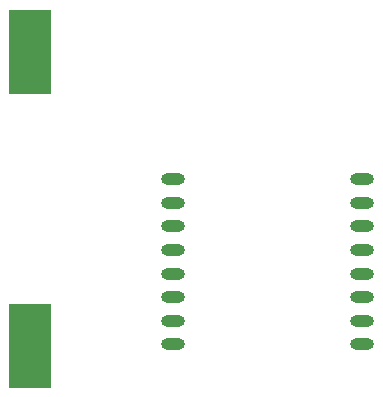
<source format=gbr>
G04 #@! TF.GenerationSoftware,KiCad,Pcbnew,5.1.4*
G04 #@! TF.CreationDate,2019-09-02T21:27:03+02:00*
G04 #@! TF.ProjectId,LORA_ATTINY84,4c4f5241-5f41-4545-9449-4e5938342e6b,rev?*
G04 #@! TF.SameCoordinates,Original*
G04 #@! TF.FileFunction,Paste,Top*
G04 #@! TF.FilePolarity,Positive*
%FSLAX46Y46*%
G04 Gerber Fmt 4.6, Leading zero omitted, Abs format (unit mm)*
G04 Created by KiCad (PCBNEW 5.1.4) date 2019-09-02 21:27:03*
%MOMM*%
%LPD*%
G04 APERTURE LIST*
%ADD10R,3.600000X7.100000*%
%ADD11O,2.000000X1.000000*%
G04 APERTURE END LIST*
D10*
X56515000Y-48514000D03*
X56515000Y-73406000D03*
D11*
X84580000Y-59309000D03*
X84580000Y-61309000D03*
X84580000Y-63309000D03*
X84580000Y-65309000D03*
X84580000Y-67309000D03*
X84580000Y-69309000D03*
X84580000Y-71309000D03*
X84580000Y-73309000D03*
X68580000Y-73309000D03*
X68580000Y-71309000D03*
X68580000Y-69309000D03*
X68580000Y-67309000D03*
X68580000Y-65309000D03*
X68580000Y-63309000D03*
X68580000Y-61309000D03*
X68580000Y-59309000D03*
M02*

</source>
